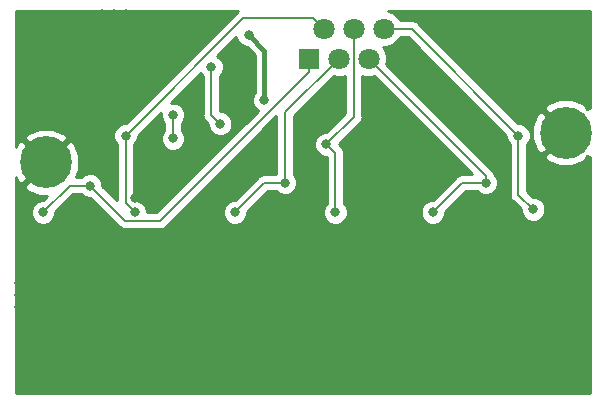
<source format=gbr>
G04 #@! TF.GenerationSoftware,KiCad,Pcbnew,5.0.2-bee76a0~70~ubuntu18.04.1*
G04 #@! TF.CreationDate,2019-12-05T19:09:47+01:00*
G04 #@! TF.ProjectId,magneto_bot_shield,6d61676e-6574-46f5-9f62-6f745f736869,rev?*
G04 #@! TF.SameCoordinates,Original*
G04 #@! TF.FileFunction,Copper,L2,Bot*
G04 #@! TF.FilePolarity,Positive*
%FSLAX46Y46*%
G04 Gerber Fmt 4.6, Leading zero omitted, Abs format (unit mm)*
G04 Created by KiCad (PCBNEW 5.0.2-bee76a0~70~ubuntu18.04.1) date Thu 05 Dec 2019 07:09:47 PM CET*
%MOMM*%
%LPD*%
G01*
G04 APERTURE LIST*
G04 #@! TA.AperFunction,ComponentPad*
%ADD10C,1.800000*%
G04 #@! TD*
G04 #@! TA.AperFunction,ComponentPad*
%ADD11R,1.800000X1.800000*%
G04 #@! TD*
G04 #@! TA.AperFunction,ComponentPad*
%ADD12C,4.400000*%
G04 #@! TD*
G04 #@! TA.AperFunction,ViaPad*
%ADD13C,0.800000*%
G04 #@! TD*
G04 #@! TA.AperFunction,Conductor*
%ADD14C,0.203200*%
G04 #@! TD*
G04 #@! TA.AperFunction,Conductor*
%ADD15C,0.406400*%
G04 #@! TD*
G04 #@! TA.AperFunction,Conductor*
%ADD16C,0.254000*%
G04 #@! TD*
G04 APERTURE END LIST*
D10*
G04 #@! TO.P,J9,6*
G04 #@! TO.N,GATE5*
X170350000Y-96460000D03*
G04 #@! TO.P,J9,5*
G04 #@! TO.N,GATE4*
X169080000Y-99000000D03*
D11*
G04 #@! TO.P,J9,1*
G04 #@! TO.N,GATE0*
X164000000Y-99000000D03*
D10*
G04 #@! TO.P,J9,2*
G04 #@! TO.N,GATE1*
X165270000Y-96460000D03*
G04 #@! TO.P,J9,3*
G04 #@! TO.N,GATE2*
X166540000Y-99000000D03*
G04 #@! TO.P,J9,4*
G04 #@! TO.N,GATE3*
X167810000Y-96460000D03*
G04 #@! TD*
D12*
G04 #@! TO.P,H1,1*
G04 #@! TO.N,GND*
X141750000Y-107750000D03*
G04 #@! TD*
G04 #@! TO.P,H2,1*
G04 #@! TO.N,GND*
X185750000Y-105250000D03*
G04 #@! TD*
D13*
G04 #@! TO.N,Net-(C1-Pad1)*
X152500000Y-105750000D03*
X152500000Y-103750000D03*
G04 #@! TO.N,GND*
X149250000Y-110750000D03*
X164750000Y-118000000D03*
X165750000Y-118000000D03*
X166750000Y-118000000D03*
X166750000Y-119000000D03*
X165750000Y-119000000D03*
X164750000Y-119000000D03*
X164750000Y-120000000D03*
X165750000Y-120000000D03*
X166750000Y-120000000D03*
X173000000Y-118000000D03*
X174000000Y-118000000D03*
X175000000Y-118000000D03*
X173000000Y-119000000D03*
X174000000Y-119000000D03*
X175000000Y-119000000D03*
X173000000Y-120000000D03*
X174000000Y-120000000D03*
X175000000Y-120000000D03*
X181500000Y-118000000D03*
X182500000Y-118000000D03*
X183500000Y-118000000D03*
X183500000Y-119000000D03*
X182500000Y-119000000D03*
X181500000Y-119000000D03*
X181500000Y-120000000D03*
X182500000Y-120000000D03*
X183500000Y-120000000D03*
X156250000Y-118000000D03*
X157250000Y-118000000D03*
X158250000Y-118000000D03*
X158250000Y-119000000D03*
X157250000Y-119000000D03*
X156250000Y-119000000D03*
X156250000Y-120000000D03*
X157250000Y-120000000D03*
X158250000Y-120000000D03*
X147750000Y-118000000D03*
X148750000Y-118000000D03*
X149750000Y-118000000D03*
X149750000Y-119000000D03*
X148750000Y-119000000D03*
X147750000Y-119000000D03*
X147750000Y-120000000D03*
X148750000Y-120000000D03*
X149750000Y-120000000D03*
X140500000Y-118000000D03*
X139500000Y-118000000D03*
X141500000Y-118000000D03*
X141500000Y-119000000D03*
X140500000Y-119000000D03*
X139500000Y-119000000D03*
X139500000Y-120000000D03*
X140500000Y-120000000D03*
X141500000Y-120000000D03*
X146500000Y-101750000D03*
X146500000Y-101750000D03*
X146500000Y-101750000D03*
X147500000Y-101750000D03*
X148500000Y-101750000D03*
X148500000Y-102750000D03*
X147500000Y-102750000D03*
X146500000Y-102750000D03*
X146500000Y-103750000D03*
X147500000Y-103750000D03*
X148500000Y-103750000D03*
X146500000Y-95250000D03*
X147500000Y-95250000D03*
X148500000Y-95250000D03*
X148500000Y-96250000D03*
X147500000Y-96250000D03*
X146500000Y-96250000D03*
X146500000Y-97250000D03*
X147500000Y-97250000D03*
X148500000Y-97250000D03*
X178750000Y-101000000D03*
X179750000Y-101000000D03*
X180750000Y-101000000D03*
X180750000Y-100000000D03*
X179750000Y-100000000D03*
X178750000Y-100000000D03*
X178750000Y-99000000D03*
X179750000Y-99000000D03*
X180750000Y-99000000D03*
X153250000Y-102500000D03*
X154250000Y-102500000D03*
X154250000Y-101500000D03*
G04 #@! TO.N,Net-(C4-Pad1)*
X156500000Y-104500000D03*
X155750000Y-99693600D03*
G04 #@! TO.N,+5V*
X160250000Y-102500000D03*
X158905000Y-97000000D03*
G04 #@! TO.N,GATE5*
X183000000Y-111750000D03*
X181750000Y-105500000D03*
G04 #@! TO.N,GATE4*
X179000000Y-109500000D03*
X174500000Y-112000000D03*
G04 #@! TO.N,GATE3*
X166250000Y-112000000D03*
X165500000Y-106250000D03*
G04 #@! TO.N,GATE2*
X162000000Y-109500000D03*
X157750000Y-112000000D03*
G04 #@! TO.N,GATE1*
X148500000Y-105500000D03*
X149250000Y-112000000D03*
G04 #@! TO.N,GATE0*
X145500000Y-109750000D03*
X141500000Y-112000000D03*
G04 #@! TD*
D14*
G04 #@! TO.N,Net-(C1-Pad1)*
X152500000Y-105750000D02*
X152500000Y-103750000D01*
G04 #@! TO.N,Net-(C4-Pad1)*
X156500000Y-104500000D02*
X155750000Y-103750000D01*
X155750000Y-103750000D02*
X155750000Y-99693600D01*
D15*
G04 #@! TO.N,+5V*
X160250000Y-102500000D02*
X160250000Y-98345000D01*
X160250000Y-98345000D02*
X158905000Y-97000000D01*
D14*
G04 #@! TO.N,GATE5*
X183000000Y-111750000D02*
X181750000Y-110500000D01*
X181750000Y-110500000D02*
X181750000Y-105500000D01*
X172710000Y-96460000D02*
X170350000Y-96460000D01*
X181750000Y-105500000D02*
X172710000Y-96460000D01*
G04 #@! TO.N,GATE4*
X169080000Y-99000000D02*
X179000000Y-108920000D01*
X179000000Y-108920000D02*
X179000000Y-109500000D01*
X179000000Y-109500000D02*
X177000000Y-109500000D01*
X177000000Y-109500000D02*
X174500000Y-112000000D01*
G04 #@! TO.N,GATE3*
X166250000Y-112000000D02*
X166250000Y-107000000D01*
X166250000Y-107000000D02*
X165500000Y-106250000D01*
X167810000Y-103940000D02*
X165500000Y-106250000D01*
X167810000Y-96460000D02*
X167810000Y-103940000D01*
G04 #@! TO.N,GATE2*
X166540000Y-99000000D02*
X162000000Y-103540000D01*
X162000000Y-103540000D02*
X162000000Y-109500000D01*
X162000000Y-109500000D02*
X160250000Y-109500000D01*
X160250000Y-109500000D02*
X157750000Y-112000000D01*
G04 #@! TO.N,GATE1*
X158439999Y-95560001D02*
X148500000Y-105500000D01*
X165270000Y-96460000D02*
X164370001Y-95560001D01*
X164370001Y-95560001D02*
X158439999Y-95560001D01*
X148500000Y-105500000D02*
X148500000Y-111250000D01*
X148500000Y-111250000D02*
X149250000Y-112000000D01*
G04 #@! TO.N,GATE0*
X148454801Y-112704801D02*
X145500000Y-109750000D01*
X151398399Y-112704801D02*
X148454801Y-112704801D01*
X164000000Y-99000000D02*
X164000000Y-100103200D01*
X164000000Y-100103200D02*
X151398399Y-112704801D01*
X145500000Y-109750000D02*
X143750000Y-109750000D01*
X143750000Y-109750000D02*
X141500000Y-112000000D01*
G04 #@! TD*
D16*
G04 #@! TO.N,GND*
G36*
X157908941Y-95028943D02*
X157867848Y-95090443D01*
X148493291Y-104465000D01*
X148294126Y-104465000D01*
X147913720Y-104622569D01*
X147622569Y-104913720D01*
X147465000Y-105294126D01*
X147465000Y-105705874D01*
X147622569Y-106086280D01*
X147763400Y-106227111D01*
X147763401Y-110971691D01*
X146535000Y-109743291D01*
X146535000Y-109544126D01*
X146377431Y-109163720D01*
X146086280Y-108872569D01*
X145705874Y-108715000D01*
X145294126Y-108715000D01*
X144913720Y-108872569D01*
X144772889Y-109013400D01*
X144296276Y-109013400D01*
X144587609Y-108300640D01*
X144582330Y-107172819D01*
X144160888Y-106155368D01*
X143769382Y-105910223D01*
X141929605Y-107750000D01*
X141943748Y-107764143D01*
X141764143Y-107943748D01*
X141750000Y-107929605D01*
X139910223Y-109769382D01*
X140155368Y-110160888D01*
X141199360Y-110587609D01*
X141873839Y-110584452D01*
X141493291Y-110965000D01*
X141294126Y-110965000D01*
X140913720Y-111122569D01*
X140622569Y-111413720D01*
X140465000Y-111794126D01*
X140465000Y-112205874D01*
X140622569Y-112586280D01*
X140913720Y-112877431D01*
X141294126Y-113035000D01*
X141705874Y-113035000D01*
X142086280Y-112877431D01*
X142377431Y-112586280D01*
X142535000Y-112205874D01*
X142535000Y-112006709D01*
X144055110Y-110486600D01*
X144772889Y-110486600D01*
X144913720Y-110627431D01*
X145294126Y-110785000D01*
X145493291Y-110785000D01*
X147882652Y-113174361D01*
X147923743Y-113235859D01*
X147985240Y-113276950D01*
X147985242Y-113276952D01*
X148167394Y-113398662D01*
X148382257Y-113441401D01*
X148382260Y-113441401D01*
X148454801Y-113455830D01*
X148527341Y-113441401D01*
X151325859Y-113441401D01*
X151398399Y-113455830D01*
X151470939Y-113441401D01*
X151470943Y-113441401D01*
X151685806Y-113398662D01*
X151929457Y-113235859D01*
X151970550Y-113174359D01*
X161263400Y-103881510D01*
X161263401Y-108763400D01*
X160322540Y-108763400D01*
X160250000Y-108748971D01*
X160177459Y-108763400D01*
X160177456Y-108763400D01*
X159962593Y-108806139D01*
X159780441Y-108927849D01*
X159780439Y-108927851D01*
X159718942Y-108968942D01*
X159677851Y-109030440D01*
X157743291Y-110965000D01*
X157544126Y-110965000D01*
X157163720Y-111122569D01*
X156872569Y-111413720D01*
X156715000Y-111794126D01*
X156715000Y-112205874D01*
X156872569Y-112586280D01*
X157163720Y-112877431D01*
X157544126Y-113035000D01*
X157955874Y-113035000D01*
X158336280Y-112877431D01*
X158627431Y-112586280D01*
X158785000Y-112205874D01*
X158785000Y-112006709D01*
X160555110Y-110236600D01*
X161272889Y-110236600D01*
X161413720Y-110377431D01*
X161794126Y-110535000D01*
X162205874Y-110535000D01*
X162586280Y-110377431D01*
X162877431Y-110086280D01*
X163035000Y-109705874D01*
X163035000Y-109294126D01*
X162877431Y-108913720D01*
X162736600Y-108772889D01*
X162736600Y-103845109D01*
X166101762Y-100479948D01*
X166234670Y-100535000D01*
X166845330Y-100535000D01*
X167073401Y-100440530D01*
X167073401Y-103634890D01*
X165493291Y-105215000D01*
X165294126Y-105215000D01*
X164913720Y-105372569D01*
X164622569Y-105663720D01*
X164465000Y-106044126D01*
X164465000Y-106455874D01*
X164622569Y-106836280D01*
X164913720Y-107127431D01*
X165294126Y-107285000D01*
X165493290Y-107285000D01*
X165513401Y-107305111D01*
X165513400Y-111272889D01*
X165372569Y-111413720D01*
X165215000Y-111794126D01*
X165215000Y-112205874D01*
X165372569Y-112586280D01*
X165663720Y-112877431D01*
X166044126Y-113035000D01*
X166455874Y-113035000D01*
X166836280Y-112877431D01*
X167127431Y-112586280D01*
X167285000Y-112205874D01*
X167285000Y-111794126D01*
X167127431Y-111413720D01*
X166986600Y-111272889D01*
X166986600Y-107072540D01*
X167001029Y-106999999D01*
X166986600Y-106927459D01*
X166986600Y-106927456D01*
X166943861Y-106712593D01*
X166822151Y-106530441D01*
X166822149Y-106530439D01*
X166781058Y-106468942D01*
X166719560Y-106427850D01*
X166541709Y-106250000D01*
X168279558Y-104512151D01*
X168341058Y-104471058D01*
X168503861Y-104227407D01*
X168546600Y-104012544D01*
X168546600Y-104012541D01*
X168561029Y-103940001D01*
X168546600Y-103867460D01*
X168546600Y-100440530D01*
X168774670Y-100535000D01*
X169385330Y-100535000D01*
X169518238Y-100479947D01*
X177801690Y-108763400D01*
X177072540Y-108763400D01*
X177000000Y-108748971D01*
X176927459Y-108763400D01*
X176927456Y-108763400D01*
X176712593Y-108806139D01*
X176530441Y-108927849D01*
X176530439Y-108927851D01*
X176468942Y-108968942D01*
X176427851Y-109030440D01*
X174493291Y-110965000D01*
X174294126Y-110965000D01*
X173913720Y-111122569D01*
X173622569Y-111413720D01*
X173465000Y-111794126D01*
X173465000Y-112205874D01*
X173622569Y-112586280D01*
X173913720Y-112877431D01*
X174294126Y-113035000D01*
X174705874Y-113035000D01*
X175086280Y-112877431D01*
X175377431Y-112586280D01*
X175535000Y-112205874D01*
X175535000Y-112006709D01*
X177305110Y-110236600D01*
X178272889Y-110236600D01*
X178413720Y-110377431D01*
X178794126Y-110535000D01*
X179205874Y-110535000D01*
X179586280Y-110377431D01*
X179877431Y-110086280D01*
X180035000Y-109705874D01*
X180035000Y-109294126D01*
X179877431Y-108913720D01*
X179718085Y-108754374D01*
X179693861Y-108632593D01*
X179581879Y-108465000D01*
X179572151Y-108450441D01*
X179572149Y-108450439D01*
X179531058Y-108388942D01*
X179469561Y-108347851D01*
X170559947Y-99438238D01*
X170615000Y-99305330D01*
X170615000Y-98694670D01*
X170381310Y-98130493D01*
X170245817Y-97995000D01*
X170655330Y-97995000D01*
X171219507Y-97761310D01*
X171651310Y-97329507D01*
X171706362Y-97196600D01*
X172404891Y-97196600D01*
X180715000Y-105506710D01*
X180715000Y-105705874D01*
X180872569Y-106086280D01*
X181013401Y-106227112D01*
X181013400Y-110427460D01*
X180998971Y-110500000D01*
X181013400Y-110572540D01*
X181013400Y-110572543D01*
X181056139Y-110787406D01*
X181218942Y-111031058D01*
X181280442Y-111072151D01*
X181965000Y-111756710D01*
X181965000Y-111955874D01*
X182122569Y-112336280D01*
X182413720Y-112627431D01*
X182794126Y-112785000D01*
X183205874Y-112785000D01*
X183586280Y-112627431D01*
X183877431Y-112336280D01*
X184035000Y-111955874D01*
X184035000Y-111544126D01*
X183877431Y-111163720D01*
X183586280Y-110872569D01*
X183205874Y-110715000D01*
X183006710Y-110715000D01*
X182486600Y-110194891D01*
X182486600Y-106227111D01*
X182627431Y-106086280D01*
X182785000Y-105705874D01*
X182785000Y-105294126D01*
X182627431Y-104913720D01*
X182413071Y-104699360D01*
X182912391Y-104699360D01*
X182917670Y-105827181D01*
X183339112Y-106844632D01*
X183730618Y-107089777D01*
X185570395Y-105250000D01*
X183730618Y-103410223D01*
X183339112Y-103655368D01*
X182912391Y-104699360D01*
X182413071Y-104699360D01*
X182336280Y-104622569D01*
X181955874Y-104465000D01*
X181756710Y-104465000D01*
X173282150Y-95990441D01*
X173241058Y-95928942D01*
X172997407Y-95766139D01*
X172782544Y-95723400D01*
X172782540Y-95723400D01*
X172710000Y-95708971D01*
X172637460Y-95723400D01*
X171706362Y-95723400D01*
X171651310Y-95590493D01*
X171219507Y-95158690D01*
X170739827Y-94960000D01*
X187790001Y-94960000D01*
X187790001Y-103205677D01*
X187702358Y-103118034D01*
X187589776Y-103230616D01*
X187344632Y-102839112D01*
X186300640Y-102412391D01*
X185172819Y-102417670D01*
X184155368Y-102839112D01*
X183910223Y-103230618D01*
X185750000Y-105070395D01*
X185764143Y-105056253D01*
X185943748Y-105235858D01*
X185929605Y-105250000D01*
X185943748Y-105264143D01*
X185764143Y-105443748D01*
X185750000Y-105429605D01*
X183910223Y-107269382D01*
X184155368Y-107660888D01*
X185199360Y-108087609D01*
X186327181Y-108082330D01*
X187344632Y-107660888D01*
X187589776Y-107269384D01*
X187702358Y-107381966D01*
X187790001Y-107294323D01*
X187790000Y-127290000D01*
X139210000Y-127290000D01*
X139210000Y-109032928D01*
X139339112Y-109344632D01*
X139730618Y-109589777D01*
X141570395Y-107750000D01*
X139730618Y-105910223D01*
X139339112Y-106155368D01*
X139210000Y-106471246D01*
X139210000Y-105730618D01*
X139910223Y-105730618D01*
X141750000Y-107570395D01*
X143589777Y-105730618D01*
X143344632Y-105339112D01*
X142300640Y-104912391D01*
X141172819Y-104917670D01*
X140155368Y-105339112D01*
X139910223Y-105730618D01*
X139210000Y-105730618D01*
X139210000Y-94960000D01*
X158012121Y-94960000D01*
X157908941Y-95028943D01*
X157908941Y-95028943D01*
G37*
X157908941Y-95028943D02*
X157867848Y-95090443D01*
X148493291Y-104465000D01*
X148294126Y-104465000D01*
X147913720Y-104622569D01*
X147622569Y-104913720D01*
X147465000Y-105294126D01*
X147465000Y-105705874D01*
X147622569Y-106086280D01*
X147763400Y-106227111D01*
X147763401Y-110971691D01*
X146535000Y-109743291D01*
X146535000Y-109544126D01*
X146377431Y-109163720D01*
X146086280Y-108872569D01*
X145705874Y-108715000D01*
X145294126Y-108715000D01*
X144913720Y-108872569D01*
X144772889Y-109013400D01*
X144296276Y-109013400D01*
X144587609Y-108300640D01*
X144582330Y-107172819D01*
X144160888Y-106155368D01*
X143769382Y-105910223D01*
X141929605Y-107750000D01*
X141943748Y-107764143D01*
X141764143Y-107943748D01*
X141750000Y-107929605D01*
X139910223Y-109769382D01*
X140155368Y-110160888D01*
X141199360Y-110587609D01*
X141873839Y-110584452D01*
X141493291Y-110965000D01*
X141294126Y-110965000D01*
X140913720Y-111122569D01*
X140622569Y-111413720D01*
X140465000Y-111794126D01*
X140465000Y-112205874D01*
X140622569Y-112586280D01*
X140913720Y-112877431D01*
X141294126Y-113035000D01*
X141705874Y-113035000D01*
X142086280Y-112877431D01*
X142377431Y-112586280D01*
X142535000Y-112205874D01*
X142535000Y-112006709D01*
X144055110Y-110486600D01*
X144772889Y-110486600D01*
X144913720Y-110627431D01*
X145294126Y-110785000D01*
X145493291Y-110785000D01*
X147882652Y-113174361D01*
X147923743Y-113235859D01*
X147985240Y-113276950D01*
X147985242Y-113276952D01*
X148167394Y-113398662D01*
X148382257Y-113441401D01*
X148382260Y-113441401D01*
X148454801Y-113455830D01*
X148527341Y-113441401D01*
X151325859Y-113441401D01*
X151398399Y-113455830D01*
X151470939Y-113441401D01*
X151470943Y-113441401D01*
X151685806Y-113398662D01*
X151929457Y-113235859D01*
X151970550Y-113174359D01*
X161263400Y-103881510D01*
X161263401Y-108763400D01*
X160322540Y-108763400D01*
X160250000Y-108748971D01*
X160177459Y-108763400D01*
X160177456Y-108763400D01*
X159962593Y-108806139D01*
X159780441Y-108927849D01*
X159780439Y-108927851D01*
X159718942Y-108968942D01*
X159677851Y-109030440D01*
X157743291Y-110965000D01*
X157544126Y-110965000D01*
X157163720Y-111122569D01*
X156872569Y-111413720D01*
X156715000Y-111794126D01*
X156715000Y-112205874D01*
X156872569Y-112586280D01*
X157163720Y-112877431D01*
X157544126Y-113035000D01*
X157955874Y-113035000D01*
X158336280Y-112877431D01*
X158627431Y-112586280D01*
X158785000Y-112205874D01*
X158785000Y-112006709D01*
X160555110Y-110236600D01*
X161272889Y-110236600D01*
X161413720Y-110377431D01*
X161794126Y-110535000D01*
X162205874Y-110535000D01*
X162586280Y-110377431D01*
X162877431Y-110086280D01*
X163035000Y-109705874D01*
X163035000Y-109294126D01*
X162877431Y-108913720D01*
X162736600Y-108772889D01*
X162736600Y-103845109D01*
X166101762Y-100479948D01*
X166234670Y-100535000D01*
X166845330Y-100535000D01*
X167073401Y-100440530D01*
X167073401Y-103634890D01*
X165493291Y-105215000D01*
X165294126Y-105215000D01*
X164913720Y-105372569D01*
X164622569Y-105663720D01*
X164465000Y-106044126D01*
X164465000Y-106455874D01*
X164622569Y-106836280D01*
X164913720Y-107127431D01*
X165294126Y-107285000D01*
X165493290Y-107285000D01*
X165513401Y-107305111D01*
X165513400Y-111272889D01*
X165372569Y-111413720D01*
X165215000Y-111794126D01*
X165215000Y-112205874D01*
X165372569Y-112586280D01*
X165663720Y-112877431D01*
X166044126Y-113035000D01*
X166455874Y-113035000D01*
X166836280Y-112877431D01*
X167127431Y-112586280D01*
X167285000Y-112205874D01*
X167285000Y-111794126D01*
X167127431Y-111413720D01*
X166986600Y-111272889D01*
X166986600Y-107072540D01*
X167001029Y-106999999D01*
X166986600Y-106927459D01*
X166986600Y-106927456D01*
X166943861Y-106712593D01*
X166822151Y-106530441D01*
X166822149Y-106530439D01*
X166781058Y-106468942D01*
X166719560Y-106427850D01*
X166541709Y-106250000D01*
X168279558Y-104512151D01*
X168341058Y-104471058D01*
X168503861Y-104227407D01*
X168546600Y-104012544D01*
X168546600Y-104012541D01*
X168561029Y-103940001D01*
X168546600Y-103867460D01*
X168546600Y-100440530D01*
X168774670Y-100535000D01*
X169385330Y-100535000D01*
X169518238Y-100479947D01*
X177801690Y-108763400D01*
X177072540Y-108763400D01*
X177000000Y-108748971D01*
X176927459Y-108763400D01*
X176927456Y-108763400D01*
X176712593Y-108806139D01*
X176530441Y-108927849D01*
X176530439Y-108927851D01*
X176468942Y-108968942D01*
X176427851Y-109030440D01*
X174493291Y-110965000D01*
X174294126Y-110965000D01*
X173913720Y-111122569D01*
X173622569Y-111413720D01*
X173465000Y-111794126D01*
X173465000Y-112205874D01*
X173622569Y-112586280D01*
X173913720Y-112877431D01*
X174294126Y-113035000D01*
X174705874Y-113035000D01*
X175086280Y-112877431D01*
X175377431Y-112586280D01*
X175535000Y-112205874D01*
X175535000Y-112006709D01*
X177305110Y-110236600D01*
X178272889Y-110236600D01*
X178413720Y-110377431D01*
X178794126Y-110535000D01*
X179205874Y-110535000D01*
X179586280Y-110377431D01*
X179877431Y-110086280D01*
X180035000Y-109705874D01*
X180035000Y-109294126D01*
X179877431Y-108913720D01*
X179718085Y-108754374D01*
X179693861Y-108632593D01*
X179581879Y-108465000D01*
X179572151Y-108450441D01*
X179572149Y-108450439D01*
X179531058Y-108388942D01*
X179469561Y-108347851D01*
X170559947Y-99438238D01*
X170615000Y-99305330D01*
X170615000Y-98694670D01*
X170381310Y-98130493D01*
X170245817Y-97995000D01*
X170655330Y-97995000D01*
X171219507Y-97761310D01*
X171651310Y-97329507D01*
X171706362Y-97196600D01*
X172404891Y-97196600D01*
X180715000Y-105506710D01*
X180715000Y-105705874D01*
X180872569Y-106086280D01*
X181013401Y-106227112D01*
X181013400Y-110427460D01*
X180998971Y-110500000D01*
X181013400Y-110572540D01*
X181013400Y-110572543D01*
X181056139Y-110787406D01*
X181218942Y-111031058D01*
X181280442Y-111072151D01*
X181965000Y-111756710D01*
X181965000Y-111955874D01*
X182122569Y-112336280D01*
X182413720Y-112627431D01*
X182794126Y-112785000D01*
X183205874Y-112785000D01*
X183586280Y-112627431D01*
X183877431Y-112336280D01*
X184035000Y-111955874D01*
X184035000Y-111544126D01*
X183877431Y-111163720D01*
X183586280Y-110872569D01*
X183205874Y-110715000D01*
X183006710Y-110715000D01*
X182486600Y-110194891D01*
X182486600Y-106227111D01*
X182627431Y-106086280D01*
X182785000Y-105705874D01*
X182785000Y-105294126D01*
X182627431Y-104913720D01*
X182413071Y-104699360D01*
X182912391Y-104699360D01*
X182917670Y-105827181D01*
X183339112Y-106844632D01*
X183730618Y-107089777D01*
X185570395Y-105250000D01*
X183730618Y-103410223D01*
X183339112Y-103655368D01*
X182912391Y-104699360D01*
X182413071Y-104699360D01*
X182336280Y-104622569D01*
X181955874Y-104465000D01*
X181756710Y-104465000D01*
X173282150Y-95990441D01*
X173241058Y-95928942D01*
X172997407Y-95766139D01*
X172782544Y-95723400D01*
X172782540Y-95723400D01*
X172710000Y-95708971D01*
X172637460Y-95723400D01*
X171706362Y-95723400D01*
X171651310Y-95590493D01*
X171219507Y-95158690D01*
X170739827Y-94960000D01*
X187790001Y-94960000D01*
X187790001Y-103205677D01*
X187702358Y-103118034D01*
X187589776Y-103230616D01*
X187344632Y-102839112D01*
X186300640Y-102412391D01*
X185172819Y-102417670D01*
X184155368Y-102839112D01*
X183910223Y-103230618D01*
X185750000Y-105070395D01*
X185764143Y-105056253D01*
X185943748Y-105235858D01*
X185929605Y-105250000D01*
X185943748Y-105264143D01*
X185764143Y-105443748D01*
X185750000Y-105429605D01*
X183910223Y-107269382D01*
X184155368Y-107660888D01*
X185199360Y-108087609D01*
X186327181Y-108082330D01*
X187344632Y-107660888D01*
X187589776Y-107269384D01*
X187702358Y-107381966D01*
X187790001Y-107294323D01*
X187790000Y-127290000D01*
X139210000Y-127290000D01*
X139210000Y-109032928D01*
X139339112Y-109344632D01*
X139730618Y-109589777D01*
X141570395Y-107750000D01*
X139730618Y-105910223D01*
X139339112Y-106155368D01*
X139210000Y-106471246D01*
X139210000Y-105730618D01*
X139910223Y-105730618D01*
X141750000Y-107570395D01*
X143589777Y-105730618D01*
X143344632Y-105339112D01*
X142300640Y-104912391D01*
X141172819Y-104917670D01*
X140155368Y-105339112D01*
X139910223Y-105730618D01*
X139210000Y-105730618D01*
X139210000Y-94960000D01*
X158012121Y-94960000D01*
X157908941Y-95028943D01*
G36*
X157870000Y-97205874D02*
X158027569Y-97586280D01*
X158318720Y-97877431D01*
X158699126Y-98035000D01*
X158754607Y-98035000D01*
X159411801Y-98692195D01*
X159411800Y-101874489D01*
X159372569Y-101913720D01*
X159215000Y-102294126D01*
X159215000Y-102705874D01*
X159372569Y-103086280D01*
X159663720Y-103377431D01*
X159678102Y-103383388D01*
X151093290Y-111968201D01*
X150285000Y-111968201D01*
X150285000Y-111794126D01*
X150127431Y-111413720D01*
X149836280Y-111122569D01*
X149455874Y-110965000D01*
X149256709Y-110965000D01*
X149236600Y-110944891D01*
X149236600Y-106227111D01*
X149377431Y-106086280D01*
X149535000Y-105705874D01*
X149535000Y-105506709D01*
X151465000Y-103576709D01*
X151465000Y-103955874D01*
X151622569Y-104336280D01*
X151763401Y-104477112D01*
X151763400Y-105022889D01*
X151622569Y-105163720D01*
X151465000Y-105544126D01*
X151465000Y-105955874D01*
X151622569Y-106336280D01*
X151913720Y-106627431D01*
X152294126Y-106785000D01*
X152705874Y-106785000D01*
X153086280Y-106627431D01*
X153377431Y-106336280D01*
X153535000Y-105955874D01*
X153535000Y-105544126D01*
X153377431Y-105163720D01*
X153236600Y-105022889D01*
X153236600Y-104477111D01*
X153377431Y-104336280D01*
X153535000Y-103955874D01*
X153535000Y-103544126D01*
X153377431Y-103163720D01*
X153086280Y-102872569D01*
X152705874Y-102715000D01*
X152326709Y-102715000D01*
X154840134Y-100201575D01*
X154872569Y-100279880D01*
X155013401Y-100420712D01*
X155013400Y-103677460D01*
X154998971Y-103750000D01*
X155013400Y-103822540D01*
X155013400Y-103822543D01*
X155056139Y-104037406D01*
X155218942Y-104281058D01*
X155280442Y-104322151D01*
X155465000Y-104506709D01*
X155465000Y-104705874D01*
X155622569Y-105086280D01*
X155913720Y-105377431D01*
X156294126Y-105535000D01*
X156705874Y-105535000D01*
X157086280Y-105377431D01*
X157377431Y-105086280D01*
X157535000Y-104705874D01*
X157535000Y-104294126D01*
X157377431Y-103913720D01*
X157086280Y-103622569D01*
X156705874Y-103465000D01*
X156506709Y-103465000D01*
X156486600Y-103444891D01*
X156486600Y-100420711D01*
X156627431Y-100279880D01*
X156785000Y-99899474D01*
X156785000Y-99487726D01*
X156627431Y-99107320D01*
X156336280Y-98816169D01*
X156257975Y-98783734D01*
X157870000Y-97171709D01*
X157870000Y-97205874D01*
X157870000Y-97205874D01*
G37*
X157870000Y-97205874D02*
X158027569Y-97586280D01*
X158318720Y-97877431D01*
X158699126Y-98035000D01*
X158754607Y-98035000D01*
X159411801Y-98692195D01*
X159411800Y-101874489D01*
X159372569Y-101913720D01*
X159215000Y-102294126D01*
X159215000Y-102705874D01*
X159372569Y-103086280D01*
X159663720Y-103377431D01*
X159678102Y-103383388D01*
X151093290Y-111968201D01*
X150285000Y-111968201D01*
X150285000Y-111794126D01*
X150127431Y-111413720D01*
X149836280Y-111122569D01*
X149455874Y-110965000D01*
X149256709Y-110965000D01*
X149236600Y-110944891D01*
X149236600Y-106227111D01*
X149377431Y-106086280D01*
X149535000Y-105705874D01*
X149535000Y-105506709D01*
X151465000Y-103576709D01*
X151465000Y-103955874D01*
X151622569Y-104336280D01*
X151763401Y-104477112D01*
X151763400Y-105022889D01*
X151622569Y-105163720D01*
X151465000Y-105544126D01*
X151465000Y-105955874D01*
X151622569Y-106336280D01*
X151913720Y-106627431D01*
X152294126Y-106785000D01*
X152705874Y-106785000D01*
X153086280Y-106627431D01*
X153377431Y-106336280D01*
X153535000Y-105955874D01*
X153535000Y-105544126D01*
X153377431Y-105163720D01*
X153236600Y-105022889D01*
X153236600Y-104477111D01*
X153377431Y-104336280D01*
X153535000Y-103955874D01*
X153535000Y-103544126D01*
X153377431Y-103163720D01*
X153086280Y-102872569D01*
X152705874Y-102715000D01*
X152326709Y-102715000D01*
X154840134Y-100201575D01*
X154872569Y-100279880D01*
X155013401Y-100420712D01*
X155013400Y-103677460D01*
X154998971Y-103750000D01*
X155013400Y-103822540D01*
X155013400Y-103822543D01*
X155056139Y-104037406D01*
X155218942Y-104281058D01*
X155280442Y-104322151D01*
X155465000Y-104506709D01*
X155465000Y-104705874D01*
X155622569Y-105086280D01*
X155913720Y-105377431D01*
X156294126Y-105535000D01*
X156705874Y-105535000D01*
X157086280Y-105377431D01*
X157377431Y-105086280D01*
X157535000Y-104705874D01*
X157535000Y-104294126D01*
X157377431Y-103913720D01*
X157086280Y-103622569D01*
X156705874Y-103465000D01*
X156506709Y-103465000D01*
X156486600Y-103444891D01*
X156486600Y-100420711D01*
X156627431Y-100279880D01*
X156785000Y-99899474D01*
X156785000Y-99487726D01*
X156627431Y-99107320D01*
X156336280Y-98816169D01*
X156257975Y-98783734D01*
X157870000Y-97171709D01*
X157870000Y-97205874D01*
G04 #@! TD*
M02*

</source>
